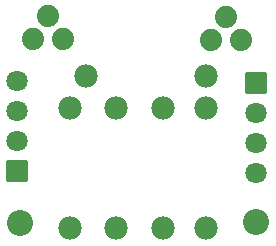
<source format=gbs>
G04 Layer: BottomSolderMaskLayer*
G04 EasyEDA Pro v2.2.40.8, 2025-10-31 20:07:01*
G04 Gerber Generator version 0.3*
G04 Scale: 100 percent, Rotated: No, Reflected: No*
G04 Dimensions in millimeters*
G04 Leading zeros omitted, absolute positions, 4 integers and 5 decimals*
G04 Generated by one-click*
%FSLAX45Y45*%
%MOMM*%
%AMRoundRect*1,1,$1,$2,$3*1,1,$1,$4,$5*1,1,$1,0-$2,0-$3*1,1,$1,0-$4,0-$5*20,1,$1,$2,$3,$4,$5,0*20,1,$1,$4,$5,0-$2,0-$3,0*20,1,$1,0-$2,0-$3,0-$4,0-$5,0*20,1,$1,0-$4,0-$5,$2,$3,0*4,1,4,$2,$3,$4,$5,0-$2,0-$3,0-$4,0-$5,$2,$3,0*%
%ADD10C,1.9812*%
%ADD11RoundRect,0.09618X-0.85271X-0.85271X-0.85271X0.85271*%
%ADD12C,1.8016*%
%ADD13C,2.2032*%
%ADD14C,1.8796*%
%ADD15C,0.7646*%
G75*


G04 Pad Start*
G54D10*
G01X-1828800Y165100D03*
G01X-1828800Y1181100D03*
G01X-673100Y1181100D03*
G01X-673100Y165100D03*
G01X-679343Y1451729D03*
G01X-1695343Y1451729D03*
G01X-1041400Y1181100D03*
G01X-1041400Y165100D03*
G01X-1435100Y1181100D03*
G01X-1435100Y165100D03*
G54D11*
G01X-2273300Y647700D03*
G54D12*
G01X-2273300Y901700D03*
G01X-2273300Y1155700D03*
G01X-2273300Y1409700D03*
G54D11*
G01X-254000Y1397000D03*
G54D12*
G01X-254000Y1143000D03*
G01X-254000Y889000D03*
G01X-254000Y635000D03*
G54D13*
G01X-250203Y216320D03*
G01X-2254708Y214264D03*
G54D14*
G01X-1885586Y1770519D03*
G01X-2012586Y1961019D03*
G01X-2139586Y1770519D03*
G01X-379093Y1761164D03*
G01X-506093Y1951663D03*
G01X-633093Y1761164D03*
G04 Pad End*

M02*


</source>
